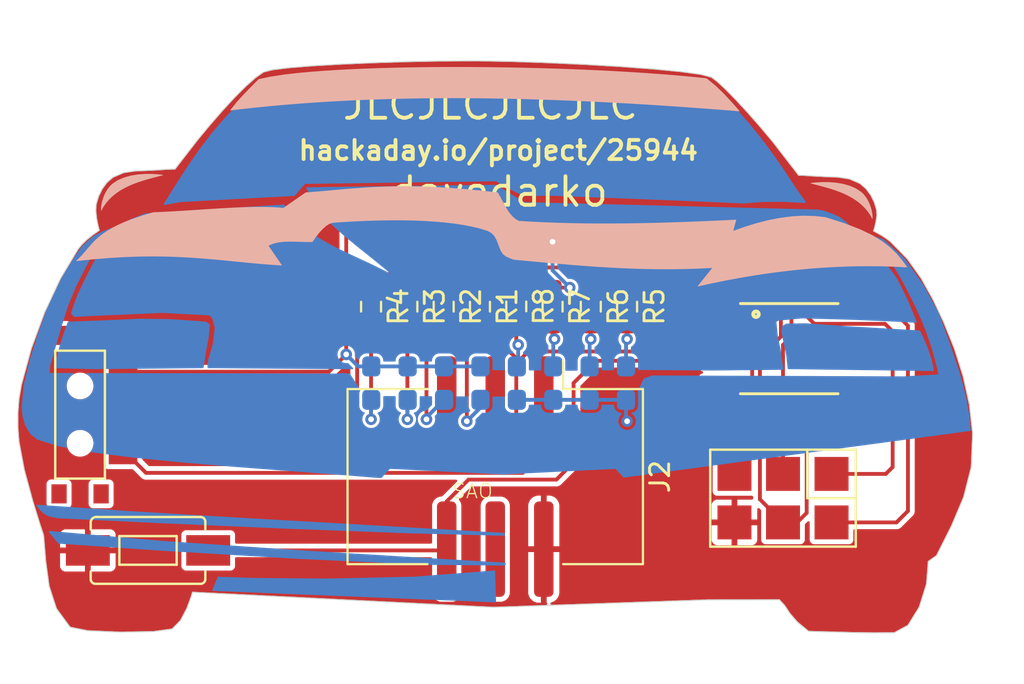
<source format=kicad_pcb>
(kicad_pcb (version 20240108) (generator "pcbnew") (generator_version "8.0")
  (layers (0 "F.Cu" signal) (31 "B.Cu" signal) (34 "B.Paste" user) (35 "F.Paste" user) (36 "B.SilkS" user "B.Silkscreen") (37 "F.SilkS" user "F.Silkscreen") (38 "B.Mask" user) (39 "F.Mask" user) (44 "Edge.Cuts" user))
  (net 0 "")
  (net 1 "VCC")
  (net 2 "GND")
  (net 5 "Net-(J2-Pin_1)")
  (net 7 "/MOSI")
  (net 8 "/SCK")
  (net 9 "/RST")
  (net 10 "/MISO")
  (net 11 "/PB3")
  (net 12 "Net-(D1-A)")
  (net 13 "Net-(D2-A)")
  (net 14 "Net-(D3-A)")
  (net 15 "Net-(D4-A)")
  (net 16 "Net-(D5-K)")
  (net 17 "Net-(D6-K)")
  (net 18 "Net-(D7-K)")
  (net 19 "Net-(D8-K)")
  (net 20 "Net-(J2-Pin_6)")
  (footprint "kitt_0805:2X3_SMD_PAD" (layer "F.Cu") (at 163.56 112.93 -90)
    (property "Reference" "JP1" (hide yes))
    (property "Value" "AVR_SPI_PRG_6" (hide yes))
  )
  (footprint "kitt_0805:KPS-1290" (layer "F.Cu") (at 126.77057 108.554909 -90)
    (property "Reference" "U$1" (hide yes))
    (property "Value" "SWITCH_SPDT" (hide yes))
  )
  (footprint "Connector_IDC:IDC-Header_2x03_P2.54mm_Vertical_SMD" (layer "F.Cu") (at 148.5 111.8 -90)
    (property "Reference" "J2")
    (property "Value" "Conn_02x03_Odd_Even")
  )
  (footprint "Resistor_SMD:R_0603_1608Metric_Pad0.98x0.95mm_HandSolder" (layer "F.Cu") (at 143.9 102.9 -90)
    (property "Reference" "R3")
    (property "Value" "1k")
  )
  (footprint "Resistor_SMD:R_0603_1608Metric_Pad0.98x0.95mm_HandSolder" (layer "F.Cu") (at 147.7 102.9 -90)
    (property "Reference" "R1")
    (property "Value" "1k")
  )
  (footprint "kitt_0805:TACTILE-SWITCH-1101NE" (layer "F.Cu") (at 130.32657 115.666909 180)
    (property "Reference" "S1" (hide yes))
    (property "Value" "SWITCH-MOMENTARY-2-SMD-1101NE" (hide yes))
  )
  (footprint "Resistor_SMD:R_0603_1608Metric_Pad0.98x0.95mm_HandSolder" (layer "F.Cu") (at 153.5 102.9 -90)
    (property "Reference" "R6")
    (property "Value" "1k")
  )
  (footprint "Resistor_SMD:R_0603_1608Metric_Pad0.98x0.95mm_HandSolder" (layer "F.Cu") (at 142 102.9 -90)
    (property "Reference" "R4")
    (property "Value" "1k")
  )
  (footprint "Resistor_SMD:R_0603_1608Metric_Pad0.98x0.95mm_HandSolder" (layer "F.Cu") (at 155.4 102.9 -90)
    (property "Reference" "R5")
    (property "Value" "1k")
  )
  (footprint "Resistor_SMD:R_0603_1608Metric_Pad0.98x0.95mm_HandSolder" (layer "F.Cu") (at 151.5 102.9 -90)
    (property "Reference" "R7")
    (property "Value" "1k")
  )
  (footprint "Resistor_SMD:R_0603_1608Metric_Pad0.98x0.95mm_HandSolder" (layer "F.Cu") (at 149.6 102.8875 -90)
    (property "Reference" "R8")
    (property "Value" "1k")
  )
  (footprint "Resistor_SMD:R_0603_1608Metric_Pad0.98x0.95mm_HandSolder" (layer "F.Cu") (at 145.8 102.9 -90)
    (property "Reference" "R2")
    (property "Value" "1k")
  )
  (footprint "kitt_0805:SO08-EIAJ" (layer "F.Cu") (at 163.9 105.1 -90)
    (property "Reference" "U1" (hide yes))
    (property "Value" "Tiny85-20-SMT" (hide yes))
  )
  (footprint "kitt_0805:LED_0603_1608Metric_Pad1.05x0.95mm_HandSolder" (layer "B.Cu") (at 149.63057 106.903909 90)
    (property "Reference" "D4" (hide yes))
    (property "Value" "LED")
  )
  (footprint "kitt_0805:LED_0603_1608Metric_Pad1.05x0.95mm_HandSolder" (layer "B.Cu") (at 153.44057 106.903909 90)
    (property "Reference" "D2" (hide yes))
    (property "Value" "LED")
  )
  (footprint "kitt_0805:LED_0603_1608Metric_Pad1.05x0.95mm_HandSolder" (layer "B.Cu") (at 143.91557 106.903909 90)
    (property "Reference" "D7" (hide yes))
    (property "Value" "LED")
  )
  (footprint "kitt_0805:LED_0603_1608Metric_Pad1.05x0.95mm_HandSolder" (layer "B.Cu") (at 142.01057 106.903909 90)
    (property "Reference" "D8" (hide yes))
    (property "Value" "LED")
  )
  (footprint "kitt_0805:LED_0603_1608Metric_Pad1.05x0.95mm_HandSolder" (layer "B.Cu") (at 147.72557 106.903909 90)
    (property "Reference" "D5" (hide yes))
    (property "Value" "LED")
  )
  (footprint "kitt_0805:LED_0603_1608Metric_Pad1.05x0.95mm_HandSolder" (layer "B.Cu") (at 145.82057 106.903909 90)
    (property "Reference" "D6" (hide yes))
    (property "Value" "LED")
  )
  (footprint "kitt_0805:LED_0603_1608Metric_Pad1.05x0.95mm_HandSolder" (layer "B.Cu") (at 151.53557 106.903909 90)
    (property "Reference" "D3" (hide yes))
    (property "Value" "LED")
  )
  (footprint "kitt_0805:LED_0603_1608Metric_Pad1.05x0.95mm_HandSolder" (layer "B.Cu") (at 155.34557 106.903909 90)
    (property "Reference" "D1" (hide yes))
    (property "Value" "LED")
  )
  (gr_line (start 171.489251 116.01365) (end 171.381101 116.0911) (stroke (width 0.05)) (layer "Edge.Cuts"))
  (gr_line (start 132.580988 118.1096) (end 132.364651 118.691019) (stroke (width 0.05)) (layer "Edge.Cuts"))
  (gr_line (start 127.16752 119.874809) (end 126.24871 119.689119) (stroke (width 0.05)) (layer "Edge.Cuts"))
  (gr_line (start 147.24242 90.023009) (end 147.337829 90.023241) (stroke (width 0.05)) (layer "Edge.Cuts"))
  (gr_line (start 168.475838 98.128109) (end 168.43317 98.434178) (stroke (width 0.05)) (layer "Edge.Cuts"))
  (gr_line (start 169.004029 99.352791) (end 169.19056 99.49735) (stroke (width 0.05)) (layer "Edge.Cuts"))
  (gr_line (start 130.610579 119.917691) (end 128.879629 119.949319) (stroke (width 0.05)) (layer "Edge.Cuts"))
  (gr_line (start 127.702251 98.628591) (end 127.631638 98.262278) (stroke (width 0.05)) (layer "Edge.Cuts"))
  (gr_line (start 171.072988 117.422328) (end 170.691951 118.635769) (stroke (width 0.05)) (layer "Edge.Cuts"))
  (gr_line (start 123.51287 108.473541) (end 123.571251 107.730228) (stroke (width 0.05)) (layer "Edge.Cuts"))
  (gr_line (start 147.337829 90.023241) (end 147.43222 90.023519) (stroke (width 0.05)) (layer "Edge.Cuts"))
  (gr_line (start 136.830901 90.4907) (end 137.726629 90.381178) (stroke (width 0.05)) (layer "Edge.Cuts"))
  (gr_line (start 162.33682 93.442259) (end 163.029338 94.267578) (stroke (width 0.05)) (layer "Edge.Cuts"))
  (gr_line (start 168.326488 119.984491) (end 167.36816 119.972078) (stroke (width 0.05)) (layer "Edge.Cuts"))
  (gr_line (start 123.51456 109.220209) (end 123.51287 108.473541) (stroke (width 0.05)) (layer "Edge.Cuts"))
  (gr_line (start 127.429051 99.142228) (end 127.770329 98.9052) (stroke (width 0.05)) (layer "Edge.Cuts"))
  (gr_line (start 147.525538 90.024078) (end 147.617779 90.02465) (stroke (width 0.05)) (layer "Edge.Cuts"))
  (gr_line (start 128.879629 119.949319) (end 127.16752 119.874809) (stroke (width 0.05)) (layer "Edge.Cuts"))
  (gr_line (start 172.99102 106.545359) (end 173.319301 108.034559) (stroke (width 0.05)) (layer "Edge.Cuts"))
  (gr_line (start 152.149038 118.517319) (end 150.27886 118.582409) (stroke (width 0.05)) (layer "Edge.Cuts"))
  (gr_line (start 158.20806 90.58735) (end 159.26462 90.733528) (stroke (width 0.05)) (layer "Edge.Cuts"))
  (gr_line (start 127.591051 97.874378) (end 127.613001 97.532969) (stroke (width 0.05)) (layer "Edge.Cuts"))
  (gr_line (start 136.370529 90.60795) (end 136.830901 90.4907) (stroke (width 0.05)) (layer "Edge.Cuts"))
  (gr_line (start 167.36816 119.972078) (end 166.296401 119.944328) (stroke (width 0.05)) (layer "Edge.Cuts"))
  (gr_line (start 164.38042 96.015641) (end 164.57036 96.022041) (stroke (width 0.05)) (layer "Edge.Cuts"))
  (gr_line (start 173.014288 112.879091) (end 172.378351 114.3834) (stroke (width 0.05)) (layer "Edge.Cuts"))
  (gr_line (start 171.272951 116.168541) (end 171.164788 116.245991) (stroke (width 0.05)) (layer "Edge.Cuts"))
  (gr_line (start 170.79626 101.4206) (end 171.416751 102.532669) (stroke (width 0.05)) (layer "Edge.Cuts"))
  (gr_line (start 123.56952 109.962528) (end 123.51456 109.220209) (stroke (width 0.05)) (layer "Edge.Cuts"))
  (gr_line (start 126.66256 99.889791) (end 126.86502 99.638869) (stroke (width 0.05)) (layer "Edge.Cuts"))
  (gr_line (start 146.439751 118.548709) (end 144.47081 118.449919) (stroke (width 0.05)) (layer "Edge.Cuts"))
  (gr_line (start 131.585901 119.784991) (end 130.610579 119.917691) (stroke (width 0.05)) (layer "Edge.Cuts"))
  (gr_line (start 147.617779 90.02465) (end 147.708888 90.0255) (stroke (width 0.05)) (layer "Edge.Cuts"))
  (gr_line (start 163.922188 118.969709) (end 163.642338 118.5474) (stroke (width 0.05)) (layer "Edge.Cuts"))
  (gr_line (start 155.889401 118.387128) (end 154.01922 118.452219) (stroke (width 0.05)) (layer "Edge.Cuts"))
  (gr_line (start 167.035938 96.205559) (end 167.589601 96.446391) (stroke (width 0.05)) (layer "Edge.Cuts"))
  (gr_line (start 127.92202 96.739628) (end 128.173929 96.395778) (stroke (width 0.05)) (layer "Edge.Cuts"))
  (gr_line (start 169.19056 99.49735) (end 170.064629 100.391941) (stroke (width 0.05)) (layer "Edge.Cuts"))
  (gr_line (start 144.47081 118.449919) (end 142.501879 118.351119) (stroke (width 0.05)) (layer "Edge.Cuts"))
  (gr_line (start 168.159788 97.063219) (end 168.347729 97.450909) (stroke (width 0.05)) (layer "Edge.Cuts"))
  (gr_line (start 136.595088 118.054728) (end 132.65722 117.857141) (stroke (width 0.05)) (layer "Edge.Cuts"))
  (gr_line (start 166.296401 119.944328) (end 164.896488 119.904719) (stroke (width 0.05)) (layer "Edge.Cuts"))
  (gr_line (start 124.68256 114.338059) (end 124.281788 113.045741) (stroke (width 0.05)) (layer "Edge.Cuts"))
  (gr_line (start 124.217238 105.090478) (end 124.913601 103.198419) (stroke (width 0.05)) (layer "Edge.Cuts"))
  (gr_line (start 132.02676 119.337459) (end 131.585901 119.784991) (stroke (width 0.05)) (layer "Edge.Cuts"))
  (gr_line (start 129.655051 95.788528) (end 130.29271 95.7653) (stroke (width 0.05)) (layer "Edge.Cuts"))
  (gr_line (start 173.489329 109.542769) (end 173.414779 111.304969) (stroke (width 0.05)) (layer "Edge.Cuts"))
  (gr_line (start 127.631638 98.262278) (end 127.591051 97.874378) (stroke (width 0.05)) (layer "Edge.Cuts"))
  (gr_line (start 126.86502 99.638869) (end 127.123901 99.388228) (stroke (width 0.05)) (layer "Edge.Cuts"))
  (gr_line (start 170.691951 118.635769) (end 170.10266 119.58735) (stroke (width 0.05)) (layer "Edge.Cuts"))
  (gr_line (start 156.764829 90.448328) (end 158.20806 90.58735) (stroke (width 0.05)) (layer "Edge.Cuts"))
  (gr_line (start 124.85856 114.868169) (end 124.68256 114.338059) (stroke (width 0.05)) (layer "Edge.Cuts"))
  (gr_line (start 127.770329 98.9052) (end 127.702251 98.628591) (stroke (width 0.05)) (layer "Edge.Cuts"))
  (gr_line (start 128.488679 96.122069) (end 129.042351 95.881241) (stroke (width 0.05)) (layer "Edge.Cuts"))
  (gr_line (start 153.181238 90.210728) (end 155.050651 90.321219) (stroke (width 0.05)) (layer "Edge.Cuts"))
  (gr_line (start 131.739101 95.690078) (end 132.91611 94.168591) (stroke (width 0.05)) (layer "Edge.Cuts"))
  (gr_line (start 168.303788 98.937209) (end 168.55587 99.071978) (stroke (width 0.05)) (layer "Edge.Cuts"))
  (gr_line (start 161.05712 92.023969) (end 161.670129 92.6854) (stroke (width 0.05)) (layer "Edge.Cuts"))
  (gr_line (start 132.91611 94.168591) (end 133.560788 93.390219) (stroke (width 0.05)) (layer "Edge.Cuts"))
  (gr_line (start 143.80782 90.069041) (end 145.488851 90.0347) (stroke (width 0.05)) (layer "Edge.Cuts"))
  (gr_line (start 125.148179 117.534309) (end 124.970279 116.231769) (stroke (width 0.05)) (layer "Edge.Cuts"))
  (gr_line (start 148.408679 118.647509) (end 146.439751 118.548709) (stroke (width 0.05)) (layer "Edge.Cuts"))
  (gr_line (start 128.173929 96.395778) (end 128.488679 96.122069) (stroke (width 0.05)) (layer "Edge.Cuts"))
  (gr_line (start 164.77661 96.030878) (end 164.97892 96.0425) (stroke (width 0.05)) (layer "Edge.Cuts"))
  (gr_line (start 145.488851 90.0347) (end 147.048638 90.022709) (stroke (width 0.05)) (layer "Edge.Cuts"))
  (gr_line (start 127.613001 97.532969) (end 127.73452 97.127419) (stroke (width 0.05)) (layer "Edge.Cuts"))
  (gr_line (start 167.90567 96.719828) (end 168.159788 97.063219) (stroke (width 0.05)) (layer "Edge.Cuts"))
  (gr_line (start 123.571251 107.730228) (end 123.696651 106.998028) (stroke (width 0.05)) (layer "Edge.Cuts"))
  (gr_line (start 163.37012 118.25375) (end 159.62976 118.256941) (stroke (width 0.05)) (layer "Edge.Cuts"))
  (gr_line (start 168.55587 99.071978) (end 168.79087 99.21075) (stroke (width 0.05)) (layer "Edge.Cuts"))
  (gr_line (start 134.21041 92.642959) (end 134.840579 91.95895) (stroke (width 0.05)) (layer "Edge.Cuts"))
  (gr_line (start 168.347729 97.450909) (end 168.465279 97.857291) (stroke (width 0.05)) (layer "Edge.Cuts"))
  (gr_line (start 172.378351 114.3834) (end 171.597401 115.936209) (stroke (width 0.05)) (layer "Edge.Cuts"))
  (gr_line (start 147.145988 90.02285) (end 147.24242 90.023009) (stroke (width 0.05)) (layer "Edge.Cuts"))
  (gr_line (start 150.27886 118.582409) (end 148.408679 118.647509) (stroke (width 0.05)) (layer "Edge.Cuts"))
  (gr_line (start 172.528901 105.088528) (end 172.99102 106.545359) (stroke (width 0.05)) (layer "Edge.Cuts"))
  (gr_line (start 164.97892 96.0425) (end 165.157038 96.057241) (stroke (width 0.05)) (layer "Edge.Cuts"))
  (gr_line (start 169.38611 119.978141) (end 168.326488 119.984491) (stroke (width 0.05)) (layer "Edge.Cuts"))
  (gr_line (start 163.642338 118.5474) (end 163.37012 118.25375) (stroke (width 0.05)) (layer "Edge.Cuts"))
  (gr_line (start 147.04862 90.022719) (end 147.048588 90.022791) (stroke (width 0.05)) (layer "Edge.Cuts"))
  (gr_line (start 127.123901 99.388228) (end 127.429051 99.142228) (stroke (width 0.05)) (layer "Edge.Cuts"))
  (gr_line (start 171.381101 116.0911) (end 171.272951 116.168541) (stroke (width 0.05)) (layer "Edge.Cuts"))
  (gr_line (start 142.09831 90.1233) (end 143.80782 90.069041) (stroke (width 0.05)) (layer "Edge.Cuts"))
  (gr_line (start 165.785579 96.089619) (end 166.423238 96.112841) (stroke (width 0.05)) (layer "Edge.Cuts"))
  (gr_line (start 147.79887 90.026341) (end 149.439629 90.058569) (stroke (width 0.05)) (layer "Edge.Cuts"))
  (gr_line (start 164.57036 96.022041) (end 164.77661 96.030878) (stroke (width 0.05)) (layer "Edge.Cuts"))
  (gr_line (start 130.921238 95.732919) (end 131.111388 95.717369) (stroke (width 0.05)) (layer "Edge.Cuts"))
  (gr_line (start 132.364651 118.691019) (end 132.02676 119.337459) (stroke (width 0.05)) (layer "Edge.Cuts"))
  (gr_line (start 161.670129 92.6854) (end 162.33682 93.442259) (stroke (width 0.05)) (layer "Edge.Cuts"))
  (gr_line (start 173.319301 108.034559) (end 173.489329 109.542769) (stroke (width 0.05)) (layer "Edge.Cuts"))
  (gr_line (start 168.79087 99.21075) (end 169.004029 99.352791) (stroke (width 0.05)) (layer "Edge.Cuts"))
  (gr_line (start 159.26462 90.733528) (end 159.818788 90.882159) (stroke (width 0.05)) (layer "Edge.Cuts"))
  (gr_line (start 123.847151 111.438219) (end 123.56952 109.962528) (stroke (width 0.05)) (layer "Edge.Cuts"))
  (gr_line (start 166.423238 96.112841) (end 167.035938 96.205559) (stroke (width 0.05)) (layer "Edge.Cuts"))
  (gr_line (start 149.439629 90.058569) (end 151.27232 90.121609) (stroke (width 0.05)) (layer "Edge.Cuts"))
  (gr_line (start 155.050651 90.321219) (end 156.764829 90.448328) (stroke (width 0.05)) (layer "Edge.Cuts"))
  (gr_line (start 159.818788 90.882159) (end 160.103588 91.095369) (stroke (width 0.05)) (layer "Edge.Cuts"))
  (gr_line (start 135.42691 91.37035) (end 135.94502 90.9093) (stroke (width 0.05)) (layer "Edge.Cuts"))
  (gr_line (start 129.042351 95.881241) (end 129.655051 95.788528) (stroke (width 0.05)) (layer "Edge.Cuts"))
  (gr_line (start 157.759579 118.322028) (end 155.889401 118.387128) (stroke (width 0.05)) (layer "Edge.Cuts"))
  (gr_line (start 124.913601 103.198419) (end 125.74296 101.4291) (stroke (width 0.05)) (layer "Edge.Cuts"))
  (gr_line (start 171.95737 103.677459) (end 172.528901 105.088528) (stroke (width 0.05)) (layer "Edge.Cuts"))
  (gr_line (start 125.528801 118.709019) (end 125.148179 117.534309) (stroke (width 0.05)) (layer "Edge.Cuts"))
  (gr_line (start 164.896488 119.904719) (end 164.307601 119.415041) (stroke (width 0.05)) (layer "Edge.Cuts"))
  (gr_line (start 123.696651 106.998028) (end 124.217238 105.090478) (stroke (width 0.05)) (layer "Edge.Cuts"))
  (gr_line (start 171.597401 115.936209) (end 171.489251 116.01365) (stroke (width 0.05)) (layer "Edge.Cuts"))
  (gr_line (start 142.501879 118.351119) (end 140.532951 118.252328) (stroke (width 0.05)) (layer "Edge.Cuts"))
  (gr_line (start 126.24871 119.689119) (end 125.528801 118.709019) (stroke (width 0.05)) (layer "Edge.Cuts"))
  (gr_line (start 147.048588 90.022791) (end 147.145988 90.02285) (stroke (width 0.05)) (layer "Edge.Cuts"))
  (gr_line (start 135.94502 90.9093) (end 136.370529 90.60795) (stroke (width 0.05)) (layer "Edge.Cuts"))
  (gr_line (start 173.414779 111.304969) (end 173.014288 112.879091) (stroke (width 0.05)) (layer "Edge.Cuts"))
  (gr_line (start 160.103588 91.095369) (end 160.52566 91.484969) (stroke (width 0.05)) (layer "Edge.Cuts"))
  (gr_line (start 147.43222 90.023519) (end 147.525538 90.024078) (stroke (width 0.05)) (layer "Edge.Cuts"))
  (gr_line (start 171.164788 116.245991) (end 171.072988 117.422328) (stroke (width 0.05)) (layer "Edge.Cuts"))
  (gr_line (start 134.840579 91.95895) (end 135.42691 91.37035) (stroke (width 0.05)) (layer "Edge.Cuts"))
  (gr_line (start 130.29271 95.7653) (end 130.921238 95.732919) (stroke (width 0.05)) (layer "Edge.Cuts"))
  (gr_line (start 163.029338 94.267578) (end 164.38042 96.015641) (stroke (width 0.05)) (layer "Edge.Cuts"))
  (gr_line (start 168.366188 98.721778) (end 168.303788 98.937209) (stroke (width 0.05)) (layer "Edge.Cuts"))
  (gr_line (start 131.111388 95.717369) (end 131.327538 95.705291) (stroke (width 0.05)) (layer "Edge.Cuts"))
  (gr_line (start 147.708888 90.0255) (end 147.79887 90.026341) (stroke (width 0.05)) (layer "Edge.Cuts"))
  (gr_line (start 164.307601 119.415041) (end 163.922188 118.969709) (stroke (width 0.05)) (layer "Edge.Cuts"))
  (gr_line (start 127.73452 97.127419) (end 127.92202 96.739628) (stroke (width 0.05)) (layer "Edge.Cuts"))
  (gr_line (start 170.10266 119.58735) (end 169.38611 119.978141) (stroke (width 0.05)) (layer "Edge.Cuts"))
  (gr_line (start 137.726629 90.381178) (end 138.96496 90.281809) (stroke (width 0.05)) (layer "Edge.Cuts"))
  (gr_line (start 168.43317 98.434178) (end 168.366188 98.721778) (stroke (width 0.05)) (layer "Edge.Cuts"))
  (gr_line (start 132.65722 117.857141) (end 132.580988 118.1096) (stroke (width 0.05)) (layer "Edge.Cuts"))
  (gr_line (start 170.064629 100.391941) (end 170.79626 101.4206) (stroke (width 0.05)) (layer "Edge.Cuts"))
  (gr_line (start 168.465279 97.857291) (end 168.475838 98.128109) (stroke (width 0.05)) (layer "Edge.Cuts"))
  (gr_line (start 138.96496 90.281809) (end 140.453101 90.195041) (stroke (width 0.05)) (layer "Edge.Cuts"))
  (gr_line (start 140.453101 90.195041) (end 142.09831 90.1233) (stroke (width 0.05)) (layer "Edge.Cuts"))
  (gr_line (start 147.048638 90.022709) (end 147.04862 90.022719) (stroke (width 0.05)) (layer "Edge.Cuts"))
  (gr_line (start 167.589601 96.446391) (end 167.90567 96.719828) (stroke (width 0.05)) (layer "Edge.Cuts"))
  (gr_line (start 124.281788 113.045741) (end 123.847151 111.438219) (stroke (width 0.05)) (layer "Edge.Cuts"))
  (gr_line (start 125.74296 101.4291) (end 126.66256 99.889791) (stroke (width 0.05)) (layer "Edge.Cuts"))
  (gr_line (start 171.416751 102.532669) (end 171.95737 103.677459) (stroke (width 0.05)) (layer "Edge.Cuts"))
  (gr_line (start 131.327538 95.705291) (end 131.54502 95.696319) (stroke (width 0.05)) (layer "Edge.Cuts"))
  (gr_line (start 131.54502 95.696319) (end 131.739101 95.690078) (stroke (width 0.05)) (layer "Edge.Cuts"))
  (gr_line (start 124.970279 116.231769) (end 124.85856 114.868169) (stroke (width 0.05)) (layer "Edge.Cuts"))
  (gr_line (start 160.52566 91.484969) (end 161.05712 92.023969) (stroke (width 0.05)) (layer "Edge.Cuts"))
  (gr_line (start 140.532951 118.252328) (end 136.595088 118.054728) (stroke (width 0.05)) (layer "Edge.Cuts"))
  (gr_line (start 154.01922 118.452219) (end 152.149038 118.517319) (stroke (width 0.05)) (layer "Edge.Cuts"))
  (gr_line (start 133.560788 93.390219) (end 134.21041 92.642959) (stroke (width 0.05)) (layer "Edge.Cuts"))
  (gr_line (start 159.62976 118.256941) (end 157.759579 118.322028) (stroke (width 0.05)) (layer "Edge.Cuts"))
  (gr_line (start 165.157038 96.057241) (end 165.785579 96.089619) (stroke (width 0.05)) (layer "Edge.Cuts"))
  (gr_line (start 151.27232 90.121609) (end 153.181238 90.210728) (stroke (width 0.05)) (layer "Edge.Cuts"))
  (gr_text "SAO" (at 146.20157 112.999909 0) (layer "F.SilkS") (effects (font (size 0.747776 0.747776) (thickness 0.065024)) (justify left bottom)))
  (gr_text "davedarko" (at 142.9 97.759909 0) (layer "F.SilkS") (effects (font (size 1.5 1.5) (thickness 0.2)) (justify left bottom)))
  (gr_text "JLCJLCJLCJLC" (at 140.4 93.2 0) (layer "F.SilkS") (effects (font (size 1.5 1.5) (thickness 0.2)) (justify left bottom)))
  (gr_text "hackaday.io/project/25944" (at 138.1 95.3 0) (layer "F.SilkS") (effects (font (size 1 1) (thickness 0.2) (bold yes)) (justify left bottom)))
  (segment (start 167.2528 99.7528) (end 165.8 98.3) (width 0.2) (layer "F.Cu") (net 1))
  (segment (start 167.2528 103.195) (end 167.2528 99.7528) (width 0.2) (layer "F.Cu") (net 1))
  (segment (start 140.7 105.4) (end 139.795091 106.304909) (width 0.2) (layer "F.Cu") (net 1))
  (segment (start 141.2 98.3) (end 140.7 98.8) (width 0.2) (layer "F.Cu") (net 1))
  (segment (start 167.2528 103.195) (end 169.395 103.195) (width 0.2) (layer "F.Cu") (net 1))
  (segment (start 165.8 98.3) (end 141.2 98.3) (width 0.2) (layer "F.Cu") (net 1))
  (segment (start 170.1 113.6) (end 170.1 103.9) (width 0.2) (layer "F.Cu") (net 1))
  (segment (start 169.395 103.195) (end 170.1 103.9) (width 0.2) (layer "F.Cu") (net 1))
  (segment (start 166.1 114.2) (end 169.5 114.2) (width 0.2) (layer "F.Cu") (net 1))
  (segment (start 169.5 114.2) (end 170.1 113.6) (width 0.2) (layer "F.Cu") (net 1))
  (segment (start 140.7 98.8) (end 140.7 105.4) (width 0.2) (layer "F.Cu") (net 1))
  (segment (start 139.795091 106.304909) (end 129.02057 106.304909) (width 0.2) (layer "F.Cu") (net 1))
  (via (at 140.7 105.4) (size 0.6) (drill 0.3) (layers "F.Cu" "B.Cu") (net 1))
  (segment (start 147.72557 106.028909) (end 142.01057 106.028909) (width 0.2) (layer "B.Cu") (net 1))
  (segment (start 141.328909 106.028909) (end 140.7 105.4) (width 0.2) (layer "B.Cu") (net 1))
  (segment (start 142.01057 106.028909) (end 141.328909 106.028909) (width 0.2) (layer "B.Cu") (net 1))
  (via (at 155.4 108.9) (size 0.6) (drill 0.3) (layers "F.Cu" "B.Cu") (net 2))
  (segment (start 155.34557 107.778909) (end 155.34557 108.84557) (width 0.2) (layer "B.Cu") (net 2))
  (segment (start 149.63057 107.778909) (end 155.34557 107.778909) (width 0.2) (layer "B.Cu") (net 2))
  (segment (start 155.34557 108.84557) (end 155.4 108.9) (width 0.2) (layer "B.Cu") (net 2))
  (segment (start 129.42057 110.804909) (end 129.02057 110.804909) (width 0.2) (layer "F.Cu") (net 5))
  (segment (start 149.935199 111.6048) (end 130.220461 111.6048) (width 0.2) (layer "F.Cu") (net 5))
  (segment (start 130.220461 111.6048) (end 129.42057 110.804909) (width 0.2) (layer "F.Cu") (net 5))
  (segment (start 129.02057 109.304909) (end 129.02057 110.804909) (width 0.2) (layer "F.Cu") (net 5))
  (segment (start 151.04 110.499999) (end 149.935199 111.6048) (width 0.2) (layer "F.Cu") (net 5))
  (segment (start 151.04 108) (end 151.04 110.499999) (width 0.2) (layer "F.Cu") (net 5))
  (segment (start 162.3524 112.9924) (end 163.56 114.2) (width 0.2) (layer "F.Cu") (net 7))
  (segment (start 165.295 107.005) (end 164.8 107.5) (width 0.2) (layer "F.Cu") (net 7))
  (segment (start 164.8 113.7) (end 164.3 114.2) (width 0.2) (layer "F.Cu") (net 7))
  (segment (start 147.7 101.9875) (end 147.7 101.203263) (width 0.2) (layer "F.Cu") (net 7))
  (segment (start 164.8 107.5) (end 164.8 113.7) (width 0.2) (layer "F.Cu") (net 7))
  (segment (start 155.4 101.9875) (end 161.885869 101.9875) (width 0.2) (layer "F.Cu") (net 7))
  (segment (start 163.45 103.551631) (end 163.45 104.469239) (width 0.2) (layer "F.Cu") (net 7))
  (segment (start 162.3524 105.566839) (end 162.3524 112.9924) (width 0.2) (layer "F.Cu") (net 7))
  (segment (start 147.7 101.203263) (end 148.408063 100.4952) (width 0.2) (layer "F.Cu") (net 7))
  (segment (start 153.9077 100.4952) (end 155.4 101.9875) (width 0.2) (layer "F.Cu") (net 7))
  (segment (start 164.3 114.2) (end 163.56 114.2) (width 0.2) (layer "F.Cu") (net 7))
  (segment (start 167.2528 107.005) (end 165.295 107.005) (width 0.2) (layer "F.Cu") (net 7))
  (segment (start 161.885869 101.9875) (end 163.45 103.551631) (width 0.2) (layer "F.Cu") (net 7))
  (segment (start 163.45 104.469239) (end 162.3524 105.566839) (width 0.2) (layer "F.Cu") (net 7))
  (segment (start 148.408063 100.4952) (end 153.9077 100.4952) (width 0.2) (layer "F.Cu") (net 7))
  (segment (start 151.5 99.5) (end 151.5 100.0476) (width 0.2) (layer "F.Cu") (net 8))
  (segment (start 152.4 101.9) (end 151.5875 101.9) (width 0.2) (layer "F.Cu") (net 8))
  (segment (start 147 100.0476) (end 151.5 100.0476) (width 0.2) (layer "F.Cu") (net 8))
  (segment (start 143.9 101.5) (end 145.3524 100.0476) (width 0.2) (layer "F.Cu") (net 8))
  (segment (start 151.5875 101.9) (end 151.5 101.9875) (width 0.2) (layer "F.Cu") (net 8))
  (segment (start 167.2528 104.465) (end 164 104.465) (width 0.2) (layer "F.Cu") (net 8))
  (segment (start 151.5 100.0476) (end 156.9 100.0476) (width 0.2) (layer "F.Cu") (net 8))
  (segment (start 163.56 104.905) (end 164 104.465) (width 0.2) (layer "F.Cu") (net 8))
  (segment (start 156.9 100.0476) (end 162.445969 100.0476) (width 0.2) (layer "F.Cu") (net 8))
  (segment (start 163.56 111.66) (end 163.56 104.905) (width 0.2) (layer "F.Cu") (net 8))
  (segment (start 143.9 101.9875) (end 143.9 101.5) (width 0.2) (layer "F.Cu") (net 8))
  (segment (start 164 101.601631) (end 164 104.465) (width 0.2) (layer "F.Cu") (net 8))
  (segment (start 145.3524 100.0476) (end 147 100.0476) (width 0.2) (layer "F.Cu") (net 8))
  (segment (start 162.445969 100.0476) (end 164 101.601631) (width 0.2) (layer "F.Cu") (net 8))
  (via (at 152.4 101.9) (size 0.6) (drill 0.3) (layers "F.Cu" "B.Cu") (net 8))
  (via (at 151.5 99.5) (size 0.6) (drill 0.3) (layers "F.Cu" "B.Cu") (net 8))
  (segment (start 151.5 101) (end 152.4 101.9) (width 0.2) (layer "B.Cu") (net 8))
  (segment (start 151.5 99.5) (end 151.5 101) (width 0.2) (layer "B.Cu") (net 8))
  (segment (start 161.9476 110.7324) (end 161.02 111.66) (width 0.2) (layer "F.Cu") (net 9))
  (segment (start 160.5218 103.195) (end 161.3219 103.195) (width 0.2) (layer "F.Cu") (net 9))
  (segment (start 161.3219 103.195) (end 161.9476 103.8207) (width 0.2) (layer "F.Cu") (net 9))
  (segment (start 161.9476 103.8207) (end 161.9476 110.7324) (width 0.2) (layer "F.Cu") (net 9))
  (segment (start 143 102.4) (end 143 100.2) (width 0.2) (layer "F.Cu") (net 10))
  (segment (start 149.350768 100.8476) (end 152.8476 100.8476) (width 0.2) (layer "F.Cu") (net 10))
  (segment (start 168.935 105.735) (end 169.3 106.1) (width 0.2) (layer "F.Cu") (net 10))
  (segment (start 169.3 104.2) (end 169.3 106.1) (width 0.2) (layer "F.Cu") (net 10))
  (segment (start 145.8 101.9875) (end 145.0601 102.7274) (width 0.2) (layer "F.Cu") (net 10))
  (segment (start 144.35 98.85) (end 163.25 98.85) (width 0.2) (layer "F.Cu") (net 10))
  (segment (start 168.94 111.66) (end 166.1 111.66) (width 0.2) (layer "F.Cu") (net 10))
  (segment (start 168.9 103.8) (end 169.3 104.2) (width 0.2) (layer "F.Cu") (net 10))
  (segment (start 146.5399 102.7274) (end 148.147004 102.7274) (width 0.2) (layer "F.Cu") (net 10))
  (segment (start 148.147004 102.7274) (end 148.6 102.274404) (width 0.2) (layer "F.Cu") (net 10))
  (segment (start 148.6 101.598368) (end 149.350768 100.8476) (width 0.2) (layer "F.Cu") (net 10))
  (segment (start 152.8476 100.8476) (end 153.5 101.5) (width 0.2) (layer "F.Cu") (net 10))
  (segment (start 148.6 102.274404) (end 148.6 101.598368) (width 0.2) (layer "F.Cu") (net 10))
  (segment (start 169.3 106.1) (end 169.3 111.3) (width 0.2) (layer "F.Cu") (net 10))
  (segment (start 145.8 101.9875) (end 146.5399 102.7274) (width 0.2) (layer "F.Cu") (net 10))
  (segment (start 143 100.2) (end 144.35 98.85) (width 0.2) (layer "F.Cu") (net 10))
  (segment (start 165.2 103.8) (end 168.9 103.8) (width 0.2) (layer "F.Cu") (net 10))
  (segment (start 163.25 98.85) (end 164.7 100.3) (width 0.2) (layer "F.Cu") (net 10))
  (segment (start 153.5 101.5) (end 153.5 101.9875) (width 0.2) (layer "F.Cu") (net 10))
  (segment (start 143.3274 102.7274) (end 143 102.4) (width 0.2) (layer "F.Cu") (net 10))
  (segment (start 164.7 103.3) (end 165.2 103.8) (width 0.2) (layer "F.Cu") (net 10))
  (segment (start 167.2528 105.735) (end 168.935 105.735) (width 0.2) (layer "F.Cu") (net 10))
  (segment (start 169.3 111.3) (end 168.94 111.66) (width 0.2) (layer "F.Cu") (net 10))
  (segment (start 145.0601 102.7274) (end 143.3274 102.7274) (width 0.2) (layer "F.Cu") (net 10))
  (segment (start 164.7 100.3) (end 164.7 103.3) (width 0.2) (layer "F.Cu") (net 10))
  (segment (start 142.4524 111.2524) (end 148.6476 111.2524) (width 0.2) (layer "F.Cu") (net 11))
  (segment (start 141.2726 102.7149) (end 141.2726 110.0726) (width 0.2) (layer "F.Cu") (net 11))
  (segment (start 152.6 105.2476) (end 157.2524 105.2476) (width 0.2) (layer "F.Cu") (net 11))
  (segment (start 150.227762 105.2476) (end 152.6 105.2476) (width 0.2) (layer "F.Cu") (net 11))
  (segment (start 157.2524 105.2476) (end 158.035 104.465) (width 0.2) (layer "F.Cu") (net 11))
  (segment (start 148.6476 111.2524) (end 149.6 110.3) (width 0.2) (layer "F.Cu") (net 11))
  (segment (start 148.7 104.7) (end 149.737681 105.737681) (width 0.2) (layer "F.Cu") (net 11))
  (segment (start 149.6 101.975) (end 149.6 102.4) (width 0.2) (layer "F.Cu") (net 11))
  (segment (start 149.6 105.875362) (end 149.737681 105.737681) (width 0.2) (layer "F.Cu") (net 11))
  (segment (start 141.2726 110.0726) (end 142.4524 111.2524) (width 0.2) (layer "F.Cu") (net 11))
  (segment (start 148.7 103.3) (end 148.7 104.7) (width 0.2) (layer "F.Cu") (net 11))
  (segment (start 149.737681 105.737681) (end 150.227762 105.2476) (width 0.2) (layer "F.Cu") (net 11))
  (segment (start 158.035 104.465) (end 160.5218 104.465) (width 0.2) (layer "F.Cu") (net 11))
  (segment (start 149.6 110.3) (end 149.6 105.875362) (width 0.2) (layer "F.Cu") (net 11))
  (segment (start 149.6 102.4) (end 148.7 103.3) (width 0.2) (layer "F.Cu") (net 11))
  (segment (start 142 101.9875) (end 141.2726 102.7149) (width 0.2) (layer "F.Cu") (net 11))
  (segment (start 155.4 103.8125) (end 155.4 104.5976) (width 0.2) (layer "F.Cu") (net 12))
  (via (at 155.4 104.5976) (size 0.6) (drill 0.3) (layers "F.Cu" "B.Cu") (net 12))
  (segment (start 155.34557 104.65203) (end 155.4 104.5976) (width 0.2) (layer "B.Cu") (net 12))
  (segment (start 155.34557 106.028909) (end 155.34557 104.65203) (width 0.2) (layer "B.Cu") (net 12))
  (segment (start 153.5 103.8125) (end 153.5 104.5976) (width 0.2) (layer "F.Cu") (net 13))
  (via (at 153.5 104.5976) (size 0.6) (drill 0.3) (layers "F.Cu" "B.Cu") (net 13))
  (segment (start 153.44057 104.65703) (end 153.5 104.5976) (width 0.2) (layer "B.Cu") (net 13))
  (segment (start 153.44057 106.028909) (end 153.44057 104.65703) (width 0.2) (layer "B.Cu") (net 13))
  (segment (start 151.5 104.4976) (end 151.6 104.5976) (width 0.2) (layer "F.Cu") (net 14))
  (segment (start 151.5 103.8125) (end 151.5 104.4976) (width 0.2) (layer "F.Cu") (net 14))
  (via (at 151.6 104.5976) (size 0.6) (drill 0.3) (layers "F.Cu" "B.Cu") (net 14))
  (segment (start 151.53557 106.028909) (end 151.53557 104.66203) (width 0.2) (layer "B.Cu") (net 14))
  (segment (start 151.53557 104.66203) (end 151.6 104.5976) (width 0.2) (layer "B.Cu") (net 14))
  (segment (start 149.6 104.8) (end 149.7 104.9) (width 0.2) (layer "F.Cu") (net 15))
  (segment (start 149.6 103.8) (end 149.6 104.8) (width 0.2) (layer "F.Cu") (net 15))
  (via (at 149.7 104.9) (size 0.6) (drill 0.3) (layers "F.Cu" "B.Cu") (net 15))
  (segment (start 149.7 104.9) (end 149.7 105.959479) (width 0.2) (layer "B.Cu") (net 15))
  (segment (start 149.7 105.959479) (end 149.63057 106.028909) (width 0.2) (layer "B.Cu") (net 15))
  (segment (start 147.0124 104.5001) (end 147.0124 108.9) (width 0.2) (layer "F.Cu") (net 16))
  (segment (start 147.7 103.8125) (end 147.0124 104.5001) (width 0.2) (layer "F.Cu") (net 16))
  (via (at 147.0124 108.9) (size 0.6) (drill 0.3) (layers "F.Cu" "B.Cu") (net 16))
  (segment (start 147.72557 107.778909) (end 147.72557 108.18683) (width 0.2) (layer "B.Cu") (net 16))
  (segment (start 147.72557 108.18683) (end 147.0124 108.9) (width 0.2) (layer "B.Cu") (net 16))
  (segment (start 144.9 104.7125) (end 144.9 108.8) (width 0.2) (layer "F.Cu") (net 17))
  (segment (start 145.8 103.8125) (end 144.9 104.7125) (width 0.2) (layer "F.Cu") (net 17))
  (via (at 144.9 108.8) (size 0.6) (drill 0.3) (layers "F.Cu" "B.Cu") (net 17))
  (segment (start 144.9 108.699479) (end 145.82057 107.778909) (width 0.2) (layer "B.Cu") (net 17))
  (segment (start 144.9 108.8) (end 144.9 108.699479) (width 0.2) (layer "B.Cu") (net 17))
  (segment (start 143.9 103.8125) (end 143.9 108.8) (width 0.2) (layer "F.Cu") (net 18))
  (via (at 143.9 108.8) (size 0.6) (drill 0.3) (layers "F.Cu" "B.Cu") (net 18))
  (segment (start 143.9 108.8) (end 143.9 107.794479) (width 0.2) (layer "B.Cu") (net 18))
  (segment (start 143.9 107.794479) (end 143.91557 107.778909) (width 0.2) (layer "B.Cu") (net 18))
  (segment (start 142 103.8125) (end 142 108.8) (width 0.2) (layer "F.Cu") (net 19))
  (via (at 142 108.8) (size 0.6) (drill 0.3) (layers "F.Cu" "B.Cu") (net 19))
  (segment (start 142 108.8) (end 142 107.789479) (width 0.2) (layer "B.Cu") (net 19))
  (segment (start 142 107.789479) (end 142.01057 107.778909) (width 0.2) (layer "B.Cu") (net 19))
  (segment (start 147.102801 111.9572) (end 145.96 113.100001) (width 0.2) (layer "F.Cu") (net 20))
  (segment (start 133.47657 115.666909) (end 145.893091 115.666909) (width 0.2) (layer "F.Cu") (net 20))
  (segment (start 160.5218 105.735) (end 153.765 105.735) (width 0.2) (layer "F.Cu") (net 20))
  (segment (start 152.6 111.0572) (end 151.7 111.9572) (width 0.2) (layer "F.Cu") (net 20))
  (segment (start 145.96 113.100001) (end 145.96 115.6) (width 0.2) (layer "F.Cu") (net 20))
  (segment (start 151.7 111.9572) (end 147.102801 111.9572) (width 0.2) (layer "F.Cu") (net 20))
  (segment (start 153.765 105.735) (end 152.6 106.9) (width 0.2) (layer "F.Cu") (net 20))
  (segment (start 145.893091 115.666909) (end 145.96 115.6) (width 0.2) (layer "F.Cu") (net 20))
  (segment (start 152.6 106.9) (end 152.6 111.0572) (width 0.2) (layer "F.Cu") (net 20))
  (zone (net 2) (net_name "GND") (layer "F.Cu") (priority 6) (connect_pads (clearance 0.254)) (min_thickness 0.127) (fill yes (thermal_gap 0.304) (thermal_bridge_width 0.304))
    (polygon (pts (xy 176.17357 122.651909) (xy 122.57957 122.651909) (xy 122.57957 86.837909) (xy 176.17357 86.837909)))
  )
  (zone (net 0) (net_name "") (layer "B.Cu") (priority 6) (connect_pads (clearance 0.000001)) (min_thickness 0.0762) (fill yes (thermal_gap 0.2024) (thermal_bridge_width 0.2024))
    (polygon (pts (xy 148.516935 117.55065) (xy 148.542353 118.389249) (xy 144.791167 118.236846) (xy 141.121727 118.087778) (xy 137.452286 117.938706) (xy 133.674014 117.785216) (xy 133.836713 117.389878) (xy 133.978072 117.046397) (xy 135.928638 117.10923) (xy 139.707612 117.140472) (xy 144.242909 117.043554) (xy 148.491584 116.713992)))
  )
  (zone (net 0) (net_name "") (layer "B.Cu") (priority 6) (connect_pads (clearance 0.000001)) (min_thickness 0.0762) (fill yes (thermal_gap 0.2024) (thermal_bridge_width 0.2024))
    (polygon (pts (xy 148.113147 90.427959) (xy 149.146375 90.434403) (xy 150.172369 90.446499) (xy 151.183909 90.464266) (xy 152.173785 90.487696) (xy 153.134799 90.516834) (xy 154.059746 90.551685) (xy 154.941411 90.592267) (xy 155.772901 90.638626) (xy 157.255251 90.748642) (xy 158.450675 90.882115) (xy 159.305685 91.040323) (xy 159.765926 91.228192) (xy 160.513234 91.920216) (xy 161.205894 92.634817) (xy 161.859073 93.379435) (xy 162.479437 94.15362) (xy 163.073616 94.956928) (xy 163.648297 95.788934) (xy 164.209006 96.647474) (xy 164.789728 97.470523) (xy 163.465405 97.406961) (xy 162.463188 97.418066) (xy 161.487045 97.49638) (xy 160.474396 97.450422) (xy 159.492896 97.407451) (xy 158.533836 97.366841) (xy 157.594045 97.328264) (xy 156.670012 97.291342) (xy 155.758092 97.255703) (xy 154.85486 97.220972) (xy 153.956913 97.186804) (xy 153.060718 97.152823) (xy 152.162798 97.118653) (xy 151.262396 97.084049) (xy 150.412674 97.111974) (xy 149.914483 97.07363) (xy 149.209156 96.727267) (xy 148.535328 96.334342) (xy 147.931573 96.342612) (xy 147.306654 96.351171) (xy 146.681745 96.359734) (xy 146.056832 96.368293) (xy 146.056833 96.368293) (xy 145.431914 96.376862) (xy 144.807004 96.385421) (xy 144.182095 96.393984) (xy 143.557173 96.402543) (xy 142.926454 96.411184) (xy 142.295684 96.419822) (xy 141.601495 96.428462) (xy 141.03434 96.437101) (xy 140.403506 96.445744) (xy 139.709318 96.454384) (xy 139.142162 96.46302) (xy 138.544867 96.471204) (xy 138.229231 96.824639) (xy 137.996983 97.101392) (xy 136.422342 97.183388) (xy 136.422341 97.183388) (xy 134.913852 97.263637) (xy 134.913853 97.263637) (xy 133.439683 97.343901) (xy 133.439684 97.343901) (xy 132.006258 97.423898) (xy 131.644172 97.491786) (xy 131.644173 97.491786) (xy 131.107653 97.592394) (xy 131.843043 96.40272) (xy 132.458714 95.455875) (xy 133.061376 94.592822) (xy 133.66729 93.80094) (xy 134.292653 93.067695) (xy 134.95354 92.380661) (xy 135.665953 91.727384) (xy 136.454271 91.088526) (xy 136.915467 90.923714) (xy 137.771302 90.785783) (xy 138.967891 90.670747) (xy 140.451331 90.577837) (xy 141.283272 90.539643) (xy 142.165363 90.506991) (xy 143.090659 90.479884) (xy 144.051968 90.458323) (xy 145.042073 90.442334) (xy 146.053781 90.431943) (xy 147.079872 90.427141)))
  )
  (zone (net 0) (net_name "") (layer "B.Cu") (priority 6) (connect_pads (clearance 0.000001)) (min_thickness 0.0762) (fill yes (thermal_gap 0.2024) (thermal_bridge_width 0.2024))
    (polygon (pts (xy 127.901212 99.464863) (xy 127.365203 100.27364) (xy 126.927305 101.118579) (xy 126.550749 101.864825) (xy 126.127137 102.902842) (xy 125.771896 104.035986) (xy 125.222238 105.943694) (xy 125.173423 106.372142) (xy 132.658742 106.388178) (xy 140.224921 106.404382) (xy 140.505511 106.372922) (xy 140.890365 106.409572) (xy 141.252802 106.962545) (xy 141.636392 107.576301) (xy 148.729775 107.608542) (xy 155.816259 107.640748) (xy 155.949751 107.352689) (xy 156.103814 107.020239) (xy 156.271459 106.658486) (xy 156.722336 106.501651) (xy 169.874065 106.551702) (xy 171.695113 106.446277) (xy 171.532179 105.742075) (xy 171.3254 105.027995) (xy 171.092107 104.34962) (xy 170.830181 103.667986) (xy 170.524383 102.983366) (xy 170.154479 102.239054) (xy 169.842744 101.641188) (xy 169.712691 101.398085) (xy 169.253071 100.646974) (xy 168.691228 99.95878) (xy 167.924584 99.258783) (xy 168.057881 99.108931) (xy 168.837459 99.382686) (xy 169.944556 100.388232) (xy 170.921959 101.778952) (xy 171.729682 103.274893) (xy 172.274534 104.770734) (xy 172.778179 106.268735) (xy 172.993939 107.025059) (xy 173.173672 107.786993) (xy 173.308711 108.55622) (xy 173.397597 109.404495) (xy 171.066089 109.718437) (xy 168.807888 110.022497) (xy 168.807887 110.022497) (xy 166.549707 110.326568) (xy 164.291519 110.630628) (xy 164.291518 110.630628) (xy 162.033329 110.934696) (xy 159.775138 111.238759) (xy 159.775139 111.238759) (xy 157.516948 111.542827) (xy 155.219621 111.852157) (xy 154.981931 111.596191) (xy 154.79528 111.395179) (xy 148.914553 111.689094) (xy 142.987815 111.395159) (xy 142.532797 111.882682) (xy 140.020657 111.683068) (xy 137.356433 111.482931) (xy 134.63063 111.273222) (xy 131.971062 111.047847) (xy 129.50526 110.800684) (xy 127.360356 110.525515) (xy 125.662001 110.215649) (xy 124.530001 109.861372) (xy 124.153804 109.560788) (xy 123.900112 109.126825) (xy 123.756958 108.631873) (xy 123.711444 108.138585) (xy 123.824894 106.983021) (xy 124.119156 105.723969) (xy 124.526786 104.425256) (xy 124.982021 103.14837) (xy 125.428495 102.127737) (xy 125.927286 101.176518) (xy 126.474827 100.290674) (xy 126.880054 99.715627) (xy 126.960667 99.638002) (xy 127.466883 99.198685) (xy 127.960127 98.952328) (xy 128.616405 98.699255)))
  )
  (zone (net 0) (net_name "") (layer "B.Cu") (priority 6) (connect_pads (clearance 0.000001)) (min_thickness 0.0762) (fill yes (thermal_gap 0.2024) (thermal_bridge_width 0.2024))
    (polygon (pts (xy 166.934935 103.926735) (xy 170.71867 104.145805) (xy 170.895636 104.490626) (xy 171.142359 105.069591) (xy 171.3321 105.657832) (xy 171.465795 106.273658) (xy 169.591478 106.247503) (xy 167.685968 106.222685) (xy 165.780446 106.197872) (xy 163.806938 106.172167) (xy 163.736351 105.472357) (xy 163.586055 104.775375) (xy 163.468423 104.160934) (xy 163.524273 103.911396) (xy 163.726735 103.786974) (xy 164.765479 103.772654)))
  )
  (zone (net 0) (net_name "") (layer "B.Cu") (priority 6) (connect_pads (clearance 0.000001)) (min_thickness 0.0762) (fill yes (thermal_gap 0.2024) (thermal_bridge_width 0.2024))
    (polygon (pts (xy 131.102829 115.169257) (xy 138.554588 115.676259) (xy 145.287886 116.086016) (xy 145.287887 116.086015) (xy 149.046991 116.311718) (xy 149.041819 116.460241) (xy 144.778813 116.419133) (xy 138.093922 116.104993) (xy 131.020007 115.681443) (xy 125.629181 115.310385) (xy 125.505103 115.158744) (xy 125.401902 115.032601) (xy 125.298703 114.906471) (xy 125.080977 114.640346)))
  )
  (zone (net 0) (net_name "") (layer "B.Cu") (priority 6) (connect_pads (clearance 0.000001)) (min_thickness 0.0762) (fill yes (thermal_gap 0.2024) (thermal_bridge_width 0.2024))
    (polygon (pts (xy 131.498266 103.550693) (xy 133.35419 103.683046) (xy 133.5623 103.830112) (xy 133.510288 104.470024) (xy 133.35132 105.318148) (xy 133.229667 106.122459) (xy 131.345677 106.139256) (xy 129.399645 106.155475) (xy 127.45238 106.171699) (xy 125.411754 106.122118) (xy 125.563086 105.465019) (xy 125.726415 104.866048) (xy 125.913872 104.291408) (xy 126.134006 103.685991) (xy 128.017303 103.617289) (xy 129.851746 103.529827)))
  )
  (zone (net 0) (net_name "") (layer "B.Cu") (priority 6) (connect_pads (clearance 0.000001)) (min_thickness 0.0762) (fill yes (thermal_gap 0.2024) (thermal_bridge_width 0.2024))
    (polygon (pts (xy 148.915008 96.754388) (xy 149.287989 96.981429) (xy 149.66098 97.20846) (xy 150.01659 97.42493) (xy 153.839657 97.521715) (xy 157.683038 97.619015) (xy 161.526416 97.716315) (xy 165.375655 97.813764) (xy 165.697333 97.871895) (xy 166.111739 98.018156) (xy 166.50097 98.189362) (xy 166.932199 98.515532) (xy 167.267355 98.898278) (xy 167.98927 99.551852) (xy 168.798272 100.428722) (xy 169.527102 101.415211) (xy 170.091229 102.555267) (xy 170.581952 103.748747) (xy 169.522601 103.687735) (xy 167.08736 103.583047) (xy 164.555302 103.514039) (xy 163.334232 103.628311) (xy 163.214106 103.695398) (xy 163.290379 104.464716) (xy 163.433596 105.136086) (xy 163.580654 106.205956) (xy 159.92123 106.244012) (xy 156.158396 106.217662) (xy 152.332123 106.254803) (xy 144.805904 106.202098) (xy 141.043117 106.175748) (xy 137.280326 106.149398) (xy 133.439195 106.12249) (xy 133.445578 105.938834) (xy 133.48114 105.659248) (xy 133.722945 104.826777) (xy 133.819823 103.979147) (xy 133.692324 103.528699) (xy 133.551483 103.35661) (xy 131.056599 103.227088) (xy 127.225458 103.396113) (xy 126.480342 103.438228) (xy 126.291155 103.274694) (xy 126.401994 102.913453) (xy 126.639686 102.260004) (xy 127.082891 101.334822) (xy 127.542709 100.455074) (xy 128.085682 99.619496) (xy 128.652806 98.888674) (xy 129.377038 98.328378) (xy 130.193175 98.009091) (xy 131.105083 97.951593) (xy 131.105083 97.951592) (xy 132.005114 97.894829) (xy 133.805183 97.78131) (xy 135.605242 97.667792) (xy 137.441811 97.551968) (xy 138.645676 98.873396) (xy 139.397043 99.378363) (xy 140.226253 99.828855) (xy 141.099591 100.24694) (xy 141.986516 100.657322) (xy 142.856387 101.085024) (xy 143.037555 101.188682) (xy 142.898888 101.065481) (xy 142.151644 100.454601) (xy 141.383294 99.842377) (xy 140.634149 99.228856) (xy 139.944263 98.613586) (xy 139.350761 97.992541) (xy 138.576661 96.647703) (xy 141.155179 96.613557) (xy 143.603911 96.581126) (xy 146.052651 96.548685) (xy 148.523302 96.515967)))
  )
  (zone (net 0) (net_name "") (layer "B.Cu") (priority 6) (connect_pads (clearance 0.000001)) (min_thickness 0.0762) (fill yes (thermal_gap 0.2024) (thermal_bridge_width 0.2024))
    (polygon (pts (xy 129.340218 113.607098) (xy 135.567688 113.978433) (xy 142.397742 114.367517) (xy 149.001682 114.752098) (xy 148.99534 114.901963) (xy 143.864784 114.766421) (xy 137.51386 114.526406) (xy 131.040656 114.243839) (xy 125.61245 113.982306) (xy 125.17281 113.898996) (xy 124.887114 113.756228) (xy 124.702411 113.581575) (xy 124.438401 113.267613)))
  )
  (zone (net 0) (net_name "") (layer "B.SilkS") (priority 6) (connect_pads (clearance 0.000001)) (min_thickness 0.025) (fill yes (thermal_gap 0.05) (thermal_bridge_width 0.05))
    (polygon (pts (xy 159.555901 90.93675) (xy 160.034251 91.326641) (xy 160.47606 91.754378) (xy 160.934451 92.251141) (xy 161.302151 92.669559) (xy 160.601638 92.613191) (xy 159.89951 92.5585) (xy 159.19871 92.5058) (xy 158.496579 92.454969) (xy 157.79527 92.406259) (xy 157.09292 92.359609) (xy 156.391151 92.315241) (xy 155.688629 92.273128) (xy 154.986488 92.233459) (xy 154.283888 92.196259) (xy 153.581288 92.16165) (xy 152.87851 92.129719) (xy 152.17556 92.100559) (xy 151.472688 92.074291) (xy 150.769451 92.050991) (xy 150.066579 92.030778) (xy 149.363188 92.013759) (xy 148.660451 92.00005) (xy 147.95667 91.989741) (xy 147.253829 91.982969) (xy 146.54986 91.979841) (xy 145.847129 91.980491) (xy 145.142951 91.985059) (xy 144.44032 91.993641) (xy 143.73617 92.006419) (xy 143.03386 92.023478) (xy 142.329838 92.04505) (xy 141.627988 92.071159) (xy 140.924179 92.102119) (xy 140.222851 92.137909) (xy 139.519501 92.178919) (xy 138.818988 92.22505) (xy 138.116101 92.276828) (xy 137.416401 92.334028) (xy 136.714438 92.397319) (xy 136.016051 92.466359) (xy 135.31527 92.541978) (xy 134.61847 92.623691) (xy 134.96217 92.190659) (xy 135.338601 91.774341) (xy 135.75922 91.344059) (xy 136.121938 90.982619) (xy 136.72346 90.853241) (xy 137.48122 90.738669) (xy 138.132538 90.663541) (xy 138.855279 90.596441) (xy 139.52256 90.545619) (xy 140.233751 90.500591) (xy 140.908729 90.464978) (xy 141.613738 90.434059) (xy 142.29337 90.409509) (xy 142.994529 90.388978) (xy 143.677438 90.373219) (xy 144.376001 90.361059) (xy 145.06112 90.352759) (xy 145.75746 90.347791) (xy 146.444488 90.346128) (xy 147.139138 90.347609) (xy 147.827701 90.352128) (xy 148.520788 90.35965) (xy 149.21066 90.370091) (xy 149.902238 90.383491) (xy 150.59331 90.399809) (xy 151.283351 90.419078) (xy 151.975738 90.441441) (xy 152.664301 90.466778) (xy 153.357901 90.495528) (xy 154.04467 90.527328) (xy 154.739651 90.563069) (xy 155.42436 90.602009) (xy 156.120979 90.645691) (xy 156.803179 90.692791) (xy 157.501851 90.745878) (xy 158.18071 90.802728) (xy 158.882001 90.867609)))
  )
  (zone (net 0) (net_name "") (layer "B.SilkS") (priority 6) (connect_pads (clearance 0.000001)) (min_thickness 0.025) (fill yes (thermal_gap 0.05) (thermal_bridge_width 0.05))
    (polygon (pts (xy 131.160151 96.002159) (xy 130.950129 96.057659) (xy 130.731288 96.114478) (xy 130.505638 96.174141) (xy 130.275179 96.23815) (xy 130.041938 96.30805) (xy 129.80792 96.38535) (xy 129.575151 96.471559) (xy 129.34562 96.568209) (xy 129.12136 96.676819) (xy 128.904388 96.7989) (xy 128.696701 96.935991) (xy 128.50032 97.089578) (xy 128.31726 97.261219) (xy 128.149538 97.452409) (xy 127.99916 97.664669) (xy 127.868138 97.899528) (xy 127.86701 97.72755) (xy 127.889588 97.5385) (xy 127.93491 97.339709) (xy 128.001951 97.138509) (xy 128.089788 96.942228) (xy 128.197438 96.758209) (xy 128.32392 96.593759) (xy 128.468229 96.456241) (xy 128.757329 96.269519) (xy 129.082879 96.13065) (xy 129.43342 96.034291) (xy 129.797488 95.97505) (xy 130.16366 95.947578) (xy 130.52047 95.946509) (xy 130.85647 95.966491) (xy 131.16021 96.00215)))
  )
  (zone (net 0) (net_name "") (layer "B.SilkS") (priority 6) (connect_pads (clearance 0.000001)) (min_thickness 0.025) (fill yes (thermal_gap 0.05) (thermal_bridge_width 0.05))
    (polygon (pts (xy 170.070738 100.841259) (xy 169.441738 100.809559) (xy 168.80567 100.789328) (xy 168.162388 100.780819) (xy 167.511738 100.784278) (xy 166.853588 100.799941) (xy 166.187779 100.828041) (xy 165.51416 100.868828) (xy 164.832588 100.92255) (xy 164.14291 100.989441) (xy 163.444979 101.069741) (xy 162.738651 101.163691) (xy 162.02376 101.271541) (xy 161.300179 101.393519) (xy 160.567751 101.529878) (xy 159.82632 101.680859) (xy 159.075751 101.8467) (xy 159.173051 101.725078) (xy 159.270351 101.60345) (xy 159.367651 101.481819) (xy 159.46496 101.3602) (xy 159.56226 101.238569) (xy 159.65956 101.116941) (xy 159.75686 100.995319) (xy 159.85416 100.873691) (xy 159.14616 100.90795) (xy 158.447029 100.929709) (xy 157.756501 100.9399) (xy 157.07431 100.939419) (xy 156.40021 100.929209) (xy 155.733951 100.910191) (xy 155.075251 100.883278) (xy 154.42387 100.8494) (xy 153.779538 100.809459) (xy 153.14202 100.7644) (xy 152.511038 100.715141) (xy 151.886338 100.662578) (xy 151.267679 100.607669) (xy 150.654779 100.551309) (xy 150.047401 100.494419) (xy 149.445279 100.437941) (xy 149.39871 100.418359) (xy 149.352151 100.398791) (xy 149.305588 100.379219) (xy 149.25902 100.359641) (xy 149.21246 100.340059) (xy 149.165901 100.320491) (xy 149.119329 100.300919) (xy 149.07277 100.281341) (xy 148.913451 100.163009) (xy 148.800729 100.000128) (xy 148.716351 99.807691) (xy 148.64206 99.600709) (xy 148.559601 99.394209) (xy 148.450738 99.203191) (xy 148.29721 99.042678) (xy 148.08076 98.927669) (xy 147.68927 98.8081) (xy 147.264679 98.705441) (xy 146.81086 98.618741) (xy 146.33166 98.547028) (xy 145.830938 98.48935) (xy 145.312538 98.44475) (xy 144.780329 98.41225) (xy 144.238151 98.3909) (xy 143.68987 98.379741) (xy 143.139351 98.377791) (xy 142.59042 98.384109) (xy 142.04696 98.397741) (xy 141.51281 98.417709) (xy 140.991829 98.44305) (xy 140.48787 98.472809) (xy 140.004788 98.506028) (xy 139.82656 98.55895) (xy 139.643238 98.6774) (xy 139.46372 98.839028) (xy 139.29691 99.021441) (xy 139.151688 99.202259) (xy 139.036951 99.359128) (xy 138.961579 99.469659) (xy 138.934488 99.511469) (xy 138.63622 99.514959) (xy 138.332401 99.507328) (xy 138.027279 99.497119) (xy 137.725138 99.492859) (xy 137.430238 99.503091) (xy 137.14686 99.53635) (xy 136.87926 99.601159) (xy 136.631701 99.706069) (xy 136.720901 99.8358) (xy 136.810088 99.965541) (xy 136.899279 100.095269) (xy 136.98847 100.225009) (xy 137.07767 100.354741) (xy 137.16686 100.484478) (xy 137.256051 100.614209) (xy 137.345238 100.743941) (xy 136.729338 100.702878) (xy 136.130288 100.654159) (xy 135.542788 100.600178) (xy 134.961538 100.543369) (xy 134.381238 100.486128) (xy 133.796579 100.430859) (xy 133.202279 100.379969) (xy 132.593029 100.335891) (xy 131.963529 100.301009) (xy 131.308479 100.277741) (xy 130.622579 100.268491) (xy 129.900529 100.275678) (xy 129.137029 100.3017) (xy 128.326788 100.348978) (xy 127.464488 100.419909) (xy 126.544851 100.516909) (xy 126.713501 100.35815) (xy 126.86442 100.199678) (xy 127.00382 100.0414) (xy 127.137938 99.8832) (xy 127.272979 99.724991) (xy 127.415179 99.566659) (xy 127.570751 99.408109) (xy 127.74591 99.249241) (xy 127.946888 99.089959) (xy 128.179901 98.93015) (xy 128.45117 98.769719) (xy 128.76691 98.608559) (xy 129.133351 98.446578) (xy 129.556701 98.283669) (xy 130.043201 98.119728) (xy 130.599051 97.954659) (xy 131.030488 97.9376) (xy 131.47166 97.915669) (xy 131.920329 97.889991) (xy 132.374229 97.861691) (xy 132.83111 97.831909) (xy 133.288738 97.80175) (xy 133.744838 97.772359) (xy 134.197179 97.744841) (xy 134.643501 97.720341) (xy 135.081551 97.699969) (xy 135.50907 97.684859) (xy 135.923829 97.676141) (xy 136.32356 97.674928) (xy 136.70602 97.682359) (xy 137.068951 97.69955) (xy 137.41011 97.727628) (xy 137.55606 97.626269) (xy 137.70201 97.524919) (xy 137.84796 97.423559) (xy 137.99391 97.322209) (xy 138.13986 97.22085) (xy 138.28582 97.1195) (xy 138.43177 97.018141) (xy 138.57772 96.916791) (xy 139.087301 96.877178) (xy 139.586929 96.834259) (xy 140.082138 96.789859) (xy 140.57846 96.745828) (xy 141.08141 96.704009) (xy 141.59652 96.66625) (xy 142.12932 96.634378) (xy 142.68532 96.61025) (xy 143.27007 96.5957) (xy 143.88907 96.592569) (xy 144.54787 96.6027) (xy 145.251988 96.627928) (xy 146.006938 96.670119) (xy 146.81827 96.731091) (xy 147.691488 96.8127) (xy 148.632138 96.916778) (xy 148.751751 97.123919) (xy 148.86721 97.340769) (xy 148.983201 97.559528) (xy 149.104401 97.772378) (xy 149.235479 97.971528) (xy 149.381138 98.149178) (xy 149.546038 98.297509) (xy 149.734879 98.408728) (xy 150.43742 98.44955) (xy 151.141538 98.482441) (xy 151.84716 98.507841) (xy 152.554201 98.526141) (xy 153.26257 98.537769) (xy 153.972201 98.54315) (xy 154.683001 98.542669) (xy 155.394879 98.536759) (xy 156.10776 98.525841) (xy 156.82157 98.510328) (xy 157.53621 98.490628) (xy 158.25161 98.46715) (xy 158.96767 98.440319) (xy 159.684329 98.410559) (xy 160.401488 98.378259) (xy 161.11907 98.343859) (xy 161.098801 98.416828) (xy 161.078529 98.489809) (xy 161.05826 98.562778) (xy 161.037979 98.635759) (xy 161.01771 98.708741) (xy 160.997438 98.781709) (xy 160.97717 98.854691) (xy 160.956901 98.927659) (xy 161.573838 98.709769) (xy 162.187838 98.52135) (xy 162.79852 98.366059) (xy 163.405529 98.247541) (xy 164.008501 98.16945) (xy 164.60706 98.135409) (xy 165.200851 98.149091) (xy 165.789501 98.214119) (xy 166.769988 98.526669) (xy 167.571601 98.836369) (xy 168.22016 99.1469) (xy 168.741479 99.46195) (xy 169.161379 99.785219) (xy 169.505679 100.1204) (xy 169.800188 100.471178) (xy 170.070738 100.841241)))
  )
  (zone (net 0) (net_name "") (layer "B.SilkS") (priority 6) (connect_pads (clearance 0.000001)) (min_thickness 0.025) (fill yes (thermal_gap 0.05) (thermal_bridge_width 0.05))
    (polygon (pts (xy 164.95557 96.430291) (xy 165.165579 96.485791) (xy 165.384429 96.5426) (xy 165.610079 96.602259) (xy 165.840538 96.666278) (xy 166.073779 96.736169) (xy 166.307801 96.813469) (xy 166.54057 96.899678) (xy 166.770101 96.996328) (xy 166.994351 97.104941) (xy 167.211329 97.227028) (xy 167.41902 97.364109) (xy 167.615388 97.517709) (xy 167.798451 97.689341) (xy 167.966179 97.880528) (xy 168.11656 98.0928) (xy 168.247579 98.32765) (xy 168.24876 98.155669) (xy 168.22621 97.966619) (xy 168.18091 97.767828) (xy 168.113851 97.566628) (xy 168.026001 97.37035) (xy 167.91836 97.186328) (xy 167.791879 97.021891) (xy 167.64757 96.884359) (xy 167.35847 96.697641) (xy 167.03292 96.558778) (xy 166.682379 96.462409) (xy 166.318301 96.403169) (xy 165.952129 96.3757) (xy 165.59532 96.374628) (xy 165.25932 96.394609) (xy 164.955579 96.430278)))
  )
)
</source>
